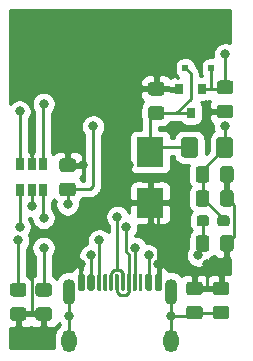
<source format=gbr>
%TF.GenerationSoftware,KiCad,Pcbnew,(5.1.6)-1*%
%TF.CreationDate,2021-03-12T01:35:39-08:00*%
%TF.ProjectId,WML-C43,574d4c2d-4334-4332-9e6b-696361645f70,rev?*%
%TF.SameCoordinates,Original*%
%TF.FileFunction,Copper,L2,Bot*%
%TF.FilePolarity,Positive*%
%FSLAX46Y46*%
G04 Gerber Fmt 4.6, Leading zero omitted, Abs format (unit mm)*
G04 Created by KiCad (PCBNEW (5.1.6)-1) date 2021-03-12 01:35:39*
%MOMM*%
%LPD*%
G01*
G04 APERTURE LIST*
%TA.AperFunction,SMDPad,CuDef*%
%ADD10R,0.500000X0.500000*%
%TD*%
%TA.AperFunction,SMDPad,CuDef*%
%ADD11R,0.800000X0.900000*%
%TD*%
%TA.AperFunction,SMDPad,CuDef*%
%ADD12R,0.650000X1.060000*%
%TD*%
%TA.AperFunction,SMDPad,CuDef*%
%ADD13R,2.300000X2.500000*%
%TD*%
%TA.AperFunction,ComponentPad*%
%ADD14O,1.100000X2.200000*%
%TD*%
%TA.AperFunction,ComponentPad*%
%ADD15O,1.300000X1.900000*%
%TD*%
%TA.AperFunction,ViaPad*%
%ADD16C,0.800000*%
%TD*%
%TA.AperFunction,Conductor*%
%ADD17C,0.250000*%
%TD*%
%TA.AperFunction,Conductor*%
%ADD18C,0.254000*%
%TD*%
G04 APERTURE END LIST*
D10*
%TO.P,D2,2*%
%TO.N,3.3V*%
X167724000Y-35560000D03*
%TO.P,D2,1*%
%TO.N,Net-(C2-Pad1)*%
X165524000Y-35560000D03*
%TD*%
D11*
%TO.P,U2,3*%
%TO.N,Net-(C2-Pad1)*%
X165989000Y-39354000D03*
%TO.P,U2,2*%
%TO.N,3.3V*%
X166939000Y-37354000D03*
%TO.P,U2,1*%
%TO.N,GND*%
X165039000Y-37354000D03*
%TD*%
D12*
%TO.P,U1,5*%
%TO.N,VFILTER*%
X152527000Y-45931000D03*
%TO.P,U1,6*%
%TO.N,DBUS-*%
X151577000Y-45931000D03*
%TO.P,U1,4*%
%TO.N,DBUS+*%
X153477000Y-45931000D03*
%TO.P,U1,3*%
%TO.N,D+*%
X153477000Y-43731000D03*
%TO.P,U1,2*%
%TO.N,GND*%
X152527000Y-43731000D03*
%TO.P,U1,1*%
%TO.N,D-*%
X151577000Y-43731000D03*
%TD*%
%TO.P,R3,2*%
%TO.N,GND*%
%TA.AperFunction,SMDPad,CuDef*%
G36*
G01*
X150933999Y-55822000D02*
X151834001Y-55822000D01*
G75*
G02*
X152084000Y-56071999I0J-249999D01*
G01*
X152084000Y-56722001D01*
G75*
G02*
X151834001Y-56972000I-249999J0D01*
G01*
X150933999Y-56972000D01*
G75*
G02*
X150684000Y-56722001I0J249999D01*
G01*
X150684000Y-56071999D01*
G75*
G02*
X150933999Y-55822000I249999J0D01*
G01*
G37*
%TD.AperFunction*%
%TO.P,R3,1*%
%TO.N,Net-(J1-PadB5)*%
%TA.AperFunction,SMDPad,CuDef*%
G36*
G01*
X150933999Y-53772000D02*
X151834001Y-53772000D01*
G75*
G02*
X152084000Y-54021999I0J-249999D01*
G01*
X152084000Y-54672001D01*
G75*
G02*
X151834001Y-54922000I-249999J0D01*
G01*
X150933999Y-54922000D01*
G75*
G02*
X150684000Y-54672001I0J249999D01*
G01*
X150684000Y-54021999D01*
G75*
G02*
X150933999Y-53772000I249999J0D01*
G01*
G37*
%TD.AperFunction*%
%TD*%
%TO.P,R2,2*%
%TO.N,GND*%
%TA.AperFunction,SMDPad,CuDef*%
G36*
G01*
X153092999Y-55822000D02*
X153993001Y-55822000D01*
G75*
G02*
X154243000Y-56071999I0J-249999D01*
G01*
X154243000Y-56722001D01*
G75*
G02*
X153993001Y-56972000I-249999J0D01*
G01*
X153092999Y-56972000D01*
G75*
G02*
X152843000Y-56722001I0J249999D01*
G01*
X152843000Y-56071999D01*
G75*
G02*
X153092999Y-55822000I249999J0D01*
G01*
G37*
%TD.AperFunction*%
%TO.P,R2,1*%
%TO.N,Net-(J1-PadA5)*%
%TA.AperFunction,SMDPad,CuDef*%
G36*
G01*
X153092999Y-53772000D02*
X153993001Y-53772000D01*
G75*
G02*
X154243000Y-54021999I0J-249999D01*
G01*
X154243000Y-54672001D01*
G75*
G02*
X153993001Y-54922000I-249999J0D01*
G01*
X153092999Y-54922000D01*
G75*
G02*
X152843000Y-54672001I0J249999D01*
G01*
X152843000Y-54021999D01*
G75*
G02*
X153092999Y-53772000I249999J0D01*
G01*
G37*
%TD.AperFunction*%
%TD*%
%TO.P,F1,2*%
%TO.N,VFILTER*%
%TA.AperFunction,SMDPad,CuDef*%
G36*
G01*
X168161000Y-42916000D02*
X168161000Y-41666000D01*
G75*
G02*
X168411000Y-41416000I250000J0D01*
G01*
X169336000Y-41416000D01*
G75*
G02*
X169586000Y-41666000I0J-250000D01*
G01*
X169586000Y-42916000D01*
G75*
G02*
X169336000Y-43166000I-250000J0D01*
G01*
X168411000Y-43166000D01*
G75*
G02*
X168161000Y-42916000I0J250000D01*
G01*
G37*
%TD.AperFunction*%
%TO.P,F1,1*%
%TO.N,Net-(C2-Pad1)*%
%TA.AperFunction,SMDPad,CuDef*%
G36*
G01*
X165186000Y-42916000D02*
X165186000Y-41666000D01*
G75*
G02*
X165436000Y-41416000I250000J0D01*
G01*
X166361000Y-41416000D01*
G75*
G02*
X166611000Y-41666000I0J-250000D01*
G01*
X166611000Y-42916000D01*
G75*
G02*
X166361000Y-43166000I-250000J0D01*
G01*
X165436000Y-43166000D01*
G75*
G02*
X165186000Y-42916000I0J250000D01*
G01*
G37*
%TD.AperFunction*%
%TD*%
D13*
%TO.P,D1,2*%
%TO.N,GND*%
X162560000Y-46981000D03*
%TO.P,D1,1*%
%TO.N,Net-(C2-Pad1)*%
X162560000Y-42681000D03*
%TD*%
%TO.P,C4,2*%
%TO.N,GND*%
%TA.AperFunction,SMDPad,CuDef*%
G36*
G01*
X168459999Y-38677000D02*
X169360001Y-38677000D01*
G75*
G02*
X169610000Y-38926999I0J-249999D01*
G01*
X169610000Y-39577001D01*
G75*
G02*
X169360001Y-39827000I-249999J0D01*
G01*
X168459999Y-39827000D01*
G75*
G02*
X168210000Y-39577001I0J249999D01*
G01*
X168210000Y-38926999D01*
G75*
G02*
X168459999Y-38677000I249999J0D01*
G01*
G37*
%TD.AperFunction*%
%TO.P,C4,1*%
%TO.N,3.3V*%
%TA.AperFunction,SMDPad,CuDef*%
G36*
G01*
X168459999Y-36627000D02*
X169360001Y-36627000D01*
G75*
G02*
X169610000Y-36876999I0J-249999D01*
G01*
X169610000Y-37527001D01*
G75*
G02*
X169360001Y-37777000I-249999J0D01*
G01*
X168459999Y-37777000D01*
G75*
G02*
X168210000Y-37527001I0J249999D01*
G01*
X168210000Y-36876999D01*
G75*
G02*
X168459999Y-36627000I249999J0D01*
G01*
G37*
%TD.AperFunction*%
%TD*%
%TO.P,C3,2*%
%TO.N,VFILTER*%
%TA.AperFunction,SMDPad,CuDef*%
G36*
G01*
X155124999Y-45281000D02*
X156025001Y-45281000D01*
G75*
G02*
X156275000Y-45530999I0J-249999D01*
G01*
X156275000Y-46181001D01*
G75*
G02*
X156025001Y-46431000I-249999J0D01*
G01*
X155124999Y-46431000D01*
G75*
G02*
X154875000Y-46181001I0J249999D01*
G01*
X154875000Y-45530999D01*
G75*
G02*
X155124999Y-45281000I249999J0D01*
G01*
G37*
%TD.AperFunction*%
%TO.P,C3,1*%
%TO.N,GND*%
%TA.AperFunction,SMDPad,CuDef*%
G36*
G01*
X155124999Y-43231000D02*
X156025001Y-43231000D01*
G75*
G02*
X156275000Y-43480999I0J-249999D01*
G01*
X156275000Y-44131001D01*
G75*
G02*
X156025001Y-44381000I-249999J0D01*
G01*
X155124999Y-44381000D01*
G75*
G02*
X154875000Y-44131001I0J249999D01*
G01*
X154875000Y-43480999D01*
G75*
G02*
X155124999Y-43231000I249999J0D01*
G01*
G37*
%TD.AperFunction*%
%TD*%
%TO.P,C2,2*%
%TO.N,GND*%
%TA.AperFunction,SMDPad,CuDef*%
G36*
G01*
X163518001Y-37904000D02*
X162617999Y-37904000D01*
G75*
G02*
X162368000Y-37654001I0J249999D01*
G01*
X162368000Y-37003999D01*
G75*
G02*
X162617999Y-36754000I249999J0D01*
G01*
X163518001Y-36754000D01*
G75*
G02*
X163768000Y-37003999I0J-249999D01*
G01*
X163768000Y-37654001D01*
G75*
G02*
X163518001Y-37904000I-249999J0D01*
G01*
G37*
%TD.AperFunction*%
%TO.P,C2,1*%
%TO.N,Net-(C2-Pad1)*%
%TA.AperFunction,SMDPad,CuDef*%
G36*
G01*
X163518001Y-39954000D02*
X162617999Y-39954000D01*
G75*
G02*
X162368000Y-39704001I0J249999D01*
G01*
X162368000Y-39053999D01*
G75*
G02*
X162617999Y-38804000I249999J0D01*
G01*
X163518001Y-38804000D01*
G75*
G02*
X163768000Y-39053999I0J-249999D01*
G01*
X163768000Y-39704001D01*
G75*
G02*
X163518001Y-39954000I-249999J0D01*
G01*
G37*
%TD.AperFunction*%
%TD*%
%TO.P,C1,2*%
%TO.N,GND*%
%TA.AperFunction,SMDPad,CuDef*%
G36*
G01*
X166760001Y-54805000D02*
X165859999Y-54805000D01*
G75*
G02*
X165610000Y-54555001I0J249999D01*
G01*
X165610000Y-53904999D01*
G75*
G02*
X165859999Y-53655000I249999J0D01*
G01*
X166760001Y-53655000D01*
G75*
G02*
X167010000Y-53904999I0J-249999D01*
G01*
X167010000Y-54555001D01*
G75*
G02*
X166760001Y-54805000I-249999J0D01*
G01*
G37*
%TD.AperFunction*%
%TO.P,C1,1*%
%TO.N,Net-(C1-Pad1)*%
%TA.AperFunction,SMDPad,CuDef*%
G36*
G01*
X166760001Y-56855000D02*
X165859999Y-56855000D01*
G75*
G02*
X165610000Y-56605001I0J249999D01*
G01*
X165610000Y-55954999D01*
G75*
G02*
X165859999Y-55705000I249999J0D01*
G01*
X166760001Y-55705000D01*
G75*
G02*
X167010000Y-55954999I0J-249999D01*
G01*
X167010000Y-56605001D01*
G75*
G02*
X166760001Y-56855000I-249999J0D01*
G01*
G37*
%TD.AperFunction*%
%TD*%
%TO.P,R1,2*%
%TO.N,GND*%
%TA.AperFunction,SMDPad,CuDef*%
G36*
G01*
X169010001Y-54805000D02*
X168109999Y-54805000D01*
G75*
G02*
X167860000Y-54555001I0J249999D01*
G01*
X167860000Y-53904999D01*
G75*
G02*
X168109999Y-53655000I249999J0D01*
G01*
X169010001Y-53655000D01*
G75*
G02*
X169260000Y-53904999I0J-249999D01*
G01*
X169260000Y-54555001D01*
G75*
G02*
X169010001Y-54805000I-249999J0D01*
G01*
G37*
%TD.AperFunction*%
%TO.P,R1,1*%
%TO.N,Net-(C1-Pad1)*%
%TA.AperFunction,SMDPad,CuDef*%
G36*
G01*
X169010001Y-56855000D02*
X168109999Y-56855000D01*
G75*
G02*
X167860000Y-56605001I0J249999D01*
G01*
X167860000Y-55954999D01*
G75*
G02*
X168109999Y-55705000I249999J0D01*
G01*
X169010001Y-55705000D01*
G75*
G02*
X169260000Y-55954999I0J-249999D01*
G01*
X169260000Y-56605001D01*
G75*
G02*
X169010001Y-56855000I-249999J0D01*
G01*
G37*
%TD.AperFunction*%
%TD*%
D14*
%TO.P,J1,S*%
%TO.N,Net-(C1-Pad1)*%
X155700000Y-54500000D03*
D15*
X155700000Y-58700000D03*
X164300000Y-58700000D03*
%TO.P,J1,A1*%
%TO.N,GND*%
%TA.AperFunction,SMDPad,CuDef*%
G36*
G01*
X163550000Y-53150000D02*
X163550000Y-54300000D01*
G75*
G02*
X163400000Y-54450000I-150000J0D01*
G01*
X163100000Y-54450000D01*
G75*
G02*
X162950000Y-54300000I0J150000D01*
G01*
X162950000Y-53150000D01*
G75*
G02*
X163100000Y-53000000I150000J0D01*
G01*
X163400000Y-53000000D01*
G75*
G02*
X163550000Y-53150000I0J-150000D01*
G01*
G37*
%TD.AperFunction*%
%TO.P,J1,B8*%
%TO.N,Net-(J1-PadB8)*%
%TA.AperFunction,SMDPad,CuDef*%
G36*
G01*
X161900000Y-53075000D02*
X161900000Y-54375000D01*
G75*
G02*
X161825000Y-54450000I-75000J0D01*
G01*
X161675000Y-54450000D01*
G75*
G02*
X161600000Y-54375000I0J75000D01*
G01*
X161600000Y-53075000D01*
G75*
G02*
X161675000Y-53000000I75000J0D01*
G01*
X161825000Y-53000000D01*
G75*
G02*
X161900000Y-53075000I0J-75000D01*
G01*
G37*
%TD.AperFunction*%
%TO.P,J1,A5*%
%TO.N,Net-(J1-PadA5)*%
%TA.AperFunction,SMDPad,CuDef*%
G36*
G01*
X161400000Y-53075000D02*
X161400000Y-54375000D01*
G75*
G02*
X161325000Y-54450000I-75000J0D01*
G01*
X161175000Y-54450000D01*
G75*
G02*
X161100000Y-54375000I0J75000D01*
G01*
X161100000Y-53075000D01*
G75*
G02*
X161175000Y-53000000I75000J0D01*
G01*
X161325000Y-53000000D01*
G75*
G02*
X161400000Y-53075000I0J-75000D01*
G01*
G37*
%TD.AperFunction*%
%TO.P,J1,B7*%
%TO.N,DBUS-*%
%TA.AperFunction,SMDPad,CuDef*%
G36*
G01*
X160900000Y-53075000D02*
X160900000Y-54375000D01*
G75*
G02*
X160825000Y-54450000I-75000J0D01*
G01*
X160675000Y-54450000D01*
G75*
G02*
X160600000Y-54375000I0J75000D01*
G01*
X160600000Y-53075000D01*
G75*
G02*
X160675000Y-53000000I75000J0D01*
G01*
X160825000Y-53000000D01*
G75*
G02*
X160900000Y-53075000I0J-75000D01*
G01*
G37*
%TD.AperFunction*%
%TO.P,J1,A6*%
%TO.N,DBUS+*%
%TA.AperFunction,SMDPad,CuDef*%
G36*
G01*
X160404000Y-53075000D02*
X160404000Y-54375000D01*
G75*
G02*
X160329000Y-54450000I-75000J0D01*
G01*
X160179000Y-54450000D01*
G75*
G02*
X160104000Y-54375000I0J75000D01*
G01*
X160104000Y-53075000D01*
G75*
G02*
X160179000Y-53000000I75000J0D01*
G01*
X160329000Y-53000000D01*
G75*
G02*
X160404000Y-53075000I0J-75000D01*
G01*
G37*
%TD.AperFunction*%
%TO.P,J1,B5*%
%TO.N,Net-(J1-PadB5)*%
%TA.AperFunction,SMDPad,CuDef*%
G36*
G01*
X158400000Y-53075000D02*
X158400000Y-54375000D01*
G75*
G02*
X158325000Y-54450000I-75000J0D01*
G01*
X158175000Y-54450000D01*
G75*
G02*
X158100000Y-54375000I0J75000D01*
G01*
X158100000Y-53075000D01*
G75*
G02*
X158175000Y-53000000I75000J0D01*
G01*
X158325000Y-53000000D01*
G75*
G02*
X158400000Y-53075000I0J-75000D01*
G01*
G37*
%TD.AperFunction*%
%TO.P,J1,A8*%
%TO.N,Net-(J1-PadA8)*%
%TA.AperFunction,SMDPad,CuDef*%
G36*
G01*
X158900000Y-53075000D02*
X158900000Y-54375000D01*
G75*
G02*
X158825000Y-54450000I-75000J0D01*
G01*
X158675000Y-54450000D01*
G75*
G02*
X158600000Y-54375000I0J75000D01*
G01*
X158600000Y-53075000D01*
G75*
G02*
X158675000Y-53000000I75000J0D01*
G01*
X158825000Y-53000000D01*
G75*
G02*
X158900000Y-53075000I0J-75000D01*
G01*
G37*
%TD.AperFunction*%
%TO.P,J1,B6*%
%TO.N,DBUS+*%
%TA.AperFunction,SMDPad,CuDef*%
G36*
G01*
X159400000Y-53075000D02*
X159400000Y-54375000D01*
G75*
G02*
X159325000Y-54450000I-75000J0D01*
G01*
X159175000Y-54450000D01*
G75*
G02*
X159100000Y-54375000I0J75000D01*
G01*
X159100000Y-53075000D01*
G75*
G02*
X159175000Y-53000000I75000J0D01*
G01*
X159325000Y-53000000D01*
G75*
G02*
X159400000Y-53075000I0J-75000D01*
G01*
G37*
%TD.AperFunction*%
%TO.P,J1,A7*%
%TO.N,DBUS-*%
%TA.AperFunction,SMDPad,CuDef*%
G36*
G01*
X159900000Y-53075000D02*
X159900000Y-54375000D01*
G75*
G02*
X159825000Y-54450000I-75000J0D01*
G01*
X159675000Y-54450000D01*
G75*
G02*
X159600000Y-54375000I0J75000D01*
G01*
X159600000Y-53075000D01*
G75*
G02*
X159675000Y-53000000I75000J0D01*
G01*
X159825000Y-53000000D01*
G75*
G02*
X159900000Y-53075000I0J-75000D01*
G01*
G37*
%TD.AperFunction*%
D14*
%TO.P,J1,S*%
%TO.N,Net-(C1-Pad1)*%
X164300000Y-54500000D03*
%TO.P,J1,A4*%
%TO.N,VBUS*%
%TA.AperFunction,SMDPad,CuDef*%
G36*
G01*
X162750000Y-53150000D02*
X162750000Y-54300000D01*
G75*
G02*
X162600000Y-54450000I-150000J0D01*
G01*
X162300000Y-54450000D01*
G75*
G02*
X162150000Y-54300000I0J150000D01*
G01*
X162150000Y-53150000D01*
G75*
G02*
X162300000Y-53000000I150000J0D01*
G01*
X162600000Y-53000000D01*
G75*
G02*
X162750000Y-53150000I0J-150000D01*
G01*
G37*
%TD.AperFunction*%
%TO.P,J1,B1*%
%TO.N,GND*%
%TA.AperFunction,SMDPad,CuDef*%
G36*
G01*
X157050000Y-53150000D02*
X157050000Y-54300000D01*
G75*
G02*
X156900000Y-54450000I-150000J0D01*
G01*
X156600000Y-54450000D01*
G75*
G02*
X156450000Y-54300000I0J150000D01*
G01*
X156450000Y-53150000D01*
G75*
G02*
X156600000Y-53000000I150000J0D01*
G01*
X156900000Y-53000000D01*
G75*
G02*
X157050000Y-53150000I0J-150000D01*
G01*
G37*
%TD.AperFunction*%
%TO.P,J1,B4*%
%TO.N,VBUS*%
%TA.AperFunction,SMDPad,CuDef*%
G36*
G01*
X157850000Y-53150000D02*
X157850000Y-54300000D01*
G75*
G02*
X157700000Y-54450000I-150000J0D01*
G01*
X157400000Y-54450000D01*
G75*
G02*
X157250000Y-54300000I0J150000D01*
G01*
X157250000Y-53150000D01*
G75*
G02*
X157400000Y-53000000I150000J0D01*
G01*
X157700000Y-53000000D01*
G75*
G02*
X157850000Y-53150000I0J-150000D01*
G01*
G37*
%TD.AperFunction*%
%TD*%
%TO.P,C6,2*%
%TO.N,GND*%
%TA.AperFunction,SMDPad,CuDef*%
G36*
G01*
X168471000Y-47059001D02*
X168471000Y-46158999D01*
G75*
G02*
X168720999Y-45909000I249999J0D01*
G01*
X169371001Y-45909000D01*
G75*
G02*
X169621000Y-46158999I0J-249999D01*
G01*
X169621000Y-47059001D01*
G75*
G02*
X169371001Y-47309000I-249999J0D01*
G01*
X168720999Y-47309000D01*
G75*
G02*
X168471000Y-47059001I0J249999D01*
G01*
G37*
%TD.AperFunction*%
%TO.P,C6,1*%
%TO.N,VFILTER*%
%TA.AperFunction,SMDPad,CuDef*%
G36*
G01*
X166421000Y-47059001D02*
X166421000Y-46158999D01*
G75*
G02*
X166670999Y-45909000I249999J0D01*
G01*
X167321001Y-45909000D01*
G75*
G02*
X167571000Y-46158999I0J-249999D01*
G01*
X167571000Y-47059001D01*
G75*
G02*
X167321001Y-47309000I-249999J0D01*
G01*
X166670999Y-47309000D01*
G75*
G02*
X166421000Y-47059001I0J249999D01*
G01*
G37*
%TD.AperFunction*%
%TD*%
%TO.P,C7,2*%
%TO.N,GND*%
%TA.AperFunction,SMDPad,CuDef*%
G36*
G01*
X168471000Y-45027001D02*
X168471000Y-44126999D01*
G75*
G02*
X168720999Y-43877000I249999J0D01*
G01*
X169371001Y-43877000D01*
G75*
G02*
X169621000Y-44126999I0J-249999D01*
G01*
X169621000Y-45027001D01*
G75*
G02*
X169371001Y-45277000I-249999J0D01*
G01*
X168720999Y-45277000D01*
G75*
G02*
X168471000Y-45027001I0J249999D01*
G01*
G37*
%TD.AperFunction*%
%TO.P,C7,1*%
%TO.N,VFILTER*%
%TA.AperFunction,SMDPad,CuDef*%
G36*
G01*
X166421000Y-45027001D02*
X166421000Y-44126999D01*
G75*
G02*
X166670999Y-43877000I249999J0D01*
G01*
X167321001Y-43877000D01*
G75*
G02*
X167571000Y-44126999I0J-249999D01*
G01*
X167571000Y-45027001D01*
G75*
G02*
X167321001Y-45277000I-249999J0D01*
G01*
X166670999Y-45277000D01*
G75*
G02*
X166421000Y-45027001I0J249999D01*
G01*
G37*
%TD.AperFunction*%
%TD*%
%TO.P,C5,2*%
%TO.N,GND*%
%TA.AperFunction,SMDPad,CuDef*%
G36*
G01*
X168480000Y-50869001D02*
X168480000Y-49968999D01*
G75*
G02*
X168729999Y-49719000I249999J0D01*
G01*
X169380001Y-49719000D01*
G75*
G02*
X169630000Y-49968999I0J-249999D01*
G01*
X169630000Y-50869001D01*
G75*
G02*
X169380001Y-51119000I-249999J0D01*
G01*
X168729999Y-51119000D01*
G75*
G02*
X168480000Y-50869001I0J249999D01*
G01*
G37*
%TD.AperFunction*%
%TO.P,C5,1*%
%TO.N,VBUS*%
%TA.AperFunction,SMDPad,CuDef*%
G36*
G01*
X166430000Y-50869001D02*
X166430000Y-49968999D01*
G75*
G02*
X166679999Y-49719000I249999J0D01*
G01*
X167330001Y-49719000D01*
G75*
G02*
X167580000Y-49968999I0J-249999D01*
G01*
X167580000Y-50869001D01*
G75*
G02*
X167330001Y-51119000I-249999J0D01*
G01*
X166679999Y-51119000D01*
G75*
G02*
X166430000Y-50869001I0J249999D01*
G01*
G37*
%TD.AperFunction*%
%TD*%
%TO.P,FB1,1*%
%TO.N,VFILTER*%
%TA.AperFunction,SMDPad,CuDef*%
G36*
G01*
X169294000Y-48276500D02*
X169294000Y-48751500D01*
G75*
G02*
X169056500Y-48989000I-237500J0D01*
G01*
X168481500Y-48989000D01*
G75*
G02*
X168244000Y-48751500I0J237500D01*
G01*
X168244000Y-48276500D01*
G75*
G02*
X168481500Y-48039000I237500J0D01*
G01*
X169056500Y-48039000D01*
G75*
G02*
X169294000Y-48276500I0J-237500D01*
G01*
G37*
%TD.AperFunction*%
%TO.P,FB1,2*%
%TO.N,VBUS*%
%TA.AperFunction,SMDPad,CuDef*%
G36*
G01*
X167544000Y-48276500D02*
X167544000Y-48751500D01*
G75*
G02*
X167306500Y-48989000I-237500J0D01*
G01*
X166731500Y-48989000D01*
G75*
G02*
X166494000Y-48751500I0J237500D01*
G01*
X166494000Y-48276500D01*
G75*
G02*
X166731500Y-48039000I237500J0D01*
G01*
X167306500Y-48039000D01*
G75*
G02*
X167544000Y-48276500I0J-237500D01*
G01*
G37*
%TD.AperFunction*%
%TD*%
D16*
%TO.N,GND*%
X152517990Y-52197000D03*
X156718000Y-52197000D03*
X163195000Y-52197000D03*
X167386000Y-52197000D03*
X156845000Y-43815000D03*
X160782000Y-43815000D03*
X152527000Y-37338000D03*
X157226000Y-37338000D03*
X162179000Y-35306000D03*
X167259000Y-38735000D03*
%TO.N,Net-(C1-Pad1)*%
X164300000Y-56595000D03*
X155710000Y-56605000D03*
%TO.N,VBUS*%
X157517000Y-51435000D03*
X162433000Y-51435000D03*
X166624000Y-51435000D03*
%TO.N,3.3V*%
X168910000Y-34417000D03*
%TO.N,Net-(J1-PadA5)*%
X153543000Y-50800000D03*
X161290000Y-50800000D03*
%TO.N,Net-(J1-PadB5)*%
X151384000Y-50165000D03*
X158242000Y-50165000D03*
%TO.N,DBUS-*%
X160528000Y-49022000D03*
X151511000Y-49022000D03*
%TO.N,DBUS+*%
X159796010Y-48163010D03*
X153543000Y-48260000D03*
%TO.N,D+*%
X153543000Y-38608000D03*
%TO.N,D-*%
X151511000Y-39243000D03*
%TO.N,VFILTER*%
X168910000Y-40513000D03*
X157734000Y-40513000D03*
X155575000Y-47117000D03*
X152527000Y-47244000D03*
%TD*%
D17*
%TO.N,GND*%
X152518000Y-56397000D02*
X153543000Y-56397000D01*
X151384000Y-56397000D02*
X152518000Y-56397000D01*
X152518000Y-56397000D02*
X152518000Y-54910190D01*
X152517990Y-54910180D02*
X152517990Y-52333010D01*
X152518000Y-54910190D02*
X152517990Y-54910180D01*
X156718000Y-54243000D02*
X156750000Y-54275000D01*
X156718000Y-52197000D02*
X156718000Y-54243000D01*
X163195000Y-54220000D02*
X163250000Y-54275000D01*
X163195000Y-52197000D02*
X163195000Y-54220000D01*
X167387000Y-52198000D02*
X167386000Y-52197000D01*
X167387000Y-54230000D02*
X167387000Y-52198000D01*
X167387000Y-54230000D02*
X168560000Y-54230000D01*
X166310000Y-54230000D02*
X167387000Y-54230000D01*
X169046000Y-44577000D02*
X169046000Y-46609000D01*
X169619010Y-49854990D02*
X169055000Y-50419000D01*
X169619010Y-47182010D02*
X169619010Y-49854990D01*
X169046000Y-46609000D02*
X169619010Y-47182010D01*
X167386000Y-52197000D02*
X169037000Y-52197000D01*
X169037000Y-50437000D02*
X169055000Y-50419000D01*
X169037000Y-52197000D02*
X169037000Y-50437000D01*
X163195000Y-47616000D02*
X162560000Y-46981000D01*
X163195000Y-52197000D02*
X163195000Y-47616000D01*
X155575000Y-43806000D02*
X156836000Y-43806000D01*
X156836000Y-43806000D02*
X156845000Y-43815000D01*
X160782000Y-43815000D02*
X160782000Y-46990000D01*
X162551000Y-46990000D02*
X162560000Y-46981000D01*
X160782000Y-46990000D02*
X162551000Y-46990000D01*
X165014000Y-37329000D02*
X165039000Y-37354000D01*
X163068000Y-37329000D02*
X165014000Y-37329000D01*
X152527000Y-43731000D02*
X152527000Y-37338000D01*
X163059000Y-37338000D02*
X163068000Y-37329000D01*
X157226000Y-37338000D02*
X163059000Y-37338000D01*
X163068000Y-37329000D02*
X163068000Y-36195000D01*
X163068000Y-36195000D02*
X162179000Y-35306000D01*
X168910000Y-39252000D02*
X167776000Y-39252000D01*
X167776000Y-39252000D02*
X167259000Y-38735000D01*
%TO.N,Net-(C1-Pad1)*%
X155700000Y-56615000D02*
X155700000Y-58700000D01*
X164300000Y-58700000D02*
X164300000Y-56595000D01*
X155700000Y-54603002D02*
X155700000Y-56615000D01*
X164300000Y-56595000D02*
X164300000Y-54500000D01*
X164300000Y-56595000D02*
X165995000Y-56595000D01*
X166310000Y-56280000D02*
X168560000Y-56280000D01*
X165995000Y-56595000D02*
X166310000Y-56280000D01*
%TO.N,Net-(C2-Pad1)*%
X162950000Y-42291000D02*
X162560000Y-42681000D01*
X165898500Y-42291000D02*
X162950000Y-42291000D01*
X162560000Y-39887000D02*
X163068000Y-39379000D01*
X162560000Y-42681000D02*
X162560000Y-39887000D01*
X165964000Y-39379000D02*
X165989000Y-39354000D01*
X163068000Y-39379000D02*
X165964000Y-39379000D01*
X165524000Y-35560000D02*
X165989000Y-36025000D01*
X164767002Y-39379000D02*
X163068000Y-39379000D01*
X165989000Y-38157002D02*
X164767002Y-39379000D01*
X165989000Y-36025000D02*
X165989000Y-38157002D01*
%TO.N,VBUS*%
X157516999Y-51435001D02*
X157517000Y-51435000D01*
X157550000Y-54275000D02*
X157516999Y-54241999D01*
X157516999Y-54241999D02*
X157516999Y-51435001D01*
X162433000Y-54258000D02*
X162450000Y-54275000D01*
X162433000Y-51435000D02*
X162433000Y-54258000D01*
X166624000Y-50800000D02*
X167005000Y-50419000D01*
X166624000Y-51435000D02*
X166624000Y-50800000D01*
X167005000Y-48528000D02*
X167019000Y-48514000D01*
X167005000Y-50419000D02*
X167005000Y-48528000D01*
%TO.N,3.3V*%
X168758000Y-37354000D02*
X168910000Y-37202000D01*
X167724000Y-37327000D02*
X167751000Y-37354000D01*
X167724000Y-35560000D02*
X167724000Y-37327000D01*
X166939000Y-37354000D02*
X167751000Y-37354000D01*
X167751000Y-37354000D02*
X168758000Y-37354000D01*
X168910000Y-34417000D02*
X168910000Y-37202000D01*
%TO.N,Net-(J1-PadA5)*%
X153543000Y-50800000D02*
X153543000Y-54347000D01*
X161250000Y-50840000D02*
X161290000Y-50800000D01*
X161250000Y-54275000D02*
X161250000Y-50840000D01*
%TO.N,Net-(J1-PadB5)*%
X151384000Y-54347000D02*
X151384000Y-50165000D01*
X158242000Y-54267000D02*
X158250000Y-54275000D01*
X158242000Y-50165000D02*
X158242000Y-54267000D01*
%TO.N,DBUS-*%
X160494692Y-54775010D02*
X160750000Y-54519702D01*
X160013308Y-54775010D02*
X160494692Y-54775010D01*
X160750000Y-54519702D02*
X160750000Y-54275000D01*
X159750000Y-54511702D02*
X160013308Y-54775010D01*
X159750000Y-54275000D02*
X159750000Y-54511702D01*
X160528000Y-51111002D02*
X160528000Y-49022000D01*
X160750000Y-54275000D02*
X160750000Y-51333002D01*
X160750000Y-51333002D02*
X160528000Y-51111002D01*
X151511000Y-45997000D02*
X151577000Y-45931000D01*
X151511000Y-49022000D02*
X151511000Y-45997000D01*
%TO.N,DBUS+*%
X159250000Y-52934298D02*
X159250000Y-54275000D01*
X159509308Y-52674990D02*
X159250000Y-52934298D01*
X160254000Y-52938298D02*
X159990692Y-52674990D01*
X160254000Y-54275000D02*
X160254000Y-52938298D01*
X159796010Y-52674990D02*
X159796010Y-48163010D01*
X159796010Y-52674990D02*
X159509308Y-52674990D01*
X159990692Y-52674990D02*
X159796010Y-52674990D01*
X153477000Y-48194000D02*
X153543000Y-48260000D01*
X153477000Y-45931000D02*
X153477000Y-48194000D01*
%TO.N,D+*%
X153477000Y-43731000D02*
X153477000Y-38674000D01*
X153477000Y-38674000D02*
X153543000Y-38608000D01*
%TO.N,D-*%
X151577000Y-43731000D02*
X151577000Y-39309000D01*
X151577000Y-39309000D02*
X151511000Y-39243000D01*
%TO.N,VFILTER*%
X168769000Y-48382000D02*
X166996000Y-46609000D01*
X168769000Y-48514000D02*
X168769000Y-48382000D01*
X166996000Y-46609000D02*
X166996000Y-44577000D01*
X166996000Y-44168500D02*
X168873500Y-42291000D01*
X166996000Y-44577000D02*
X166996000Y-44168500D01*
X168873500Y-42291000D02*
X168873500Y-40549500D01*
X168873500Y-40549500D02*
X168910000Y-40513000D01*
X155575000Y-45856000D02*
X157471000Y-45856000D01*
X157734000Y-45593000D02*
X157734000Y-40513000D01*
X157471000Y-45856000D02*
X157734000Y-45593000D01*
X155575000Y-45856000D02*
X155575000Y-47117000D01*
X152527000Y-47244000D02*
X152527000Y-45931000D01*
%TD*%
D18*
%TO.N,GND*%
G36*
X151511000Y-56270000D02*
G01*
X153416000Y-56270000D01*
X153416000Y-56250000D01*
X153670000Y-56250000D01*
X153670000Y-56270000D01*
X153690000Y-56270000D01*
X153690000Y-56524000D01*
X153670000Y-56524000D01*
X153670000Y-57448250D01*
X153828750Y-57607000D01*
X154243000Y-57610072D01*
X154367482Y-57597812D01*
X154487180Y-57561502D01*
X154597494Y-57502537D01*
X154694185Y-57423185D01*
X154773537Y-57326494D01*
X154832502Y-57216180D01*
X154845332Y-57173884D01*
X154906063Y-57264774D01*
X154940000Y-57298711D01*
X154940000Y-57361385D01*
X154786973Y-57486972D01*
X154626392Y-57682638D01*
X154507071Y-57905873D01*
X154433593Y-58148096D01*
X154415000Y-58336877D01*
X154415000Y-59063122D01*
X154433593Y-59251903D01*
X154452733Y-59315000D01*
X150685000Y-59315000D01*
X150685000Y-57610065D01*
X151098250Y-57607000D01*
X151257000Y-57448250D01*
X151257000Y-56524000D01*
X151511000Y-56524000D01*
X151511000Y-57448250D01*
X151669750Y-57607000D01*
X152084000Y-57610072D01*
X152208482Y-57597812D01*
X152328180Y-57561502D01*
X152438494Y-57502537D01*
X152463500Y-57482015D01*
X152488506Y-57502537D01*
X152598820Y-57561502D01*
X152718518Y-57597812D01*
X152843000Y-57610072D01*
X153257250Y-57607000D01*
X153416000Y-57448250D01*
X153416000Y-56524000D01*
X151511000Y-56524000D01*
X151257000Y-56524000D01*
X151237000Y-56524000D01*
X151237000Y-56270000D01*
X151257000Y-56270000D01*
X151257000Y-56250000D01*
X151511000Y-56250000D01*
X151511000Y-56270000D01*
G37*
X151511000Y-56270000D02*
X153416000Y-56270000D01*
X153416000Y-56250000D01*
X153670000Y-56250000D01*
X153670000Y-56270000D01*
X153690000Y-56270000D01*
X153690000Y-56524000D01*
X153670000Y-56524000D01*
X153670000Y-57448250D01*
X153828750Y-57607000D01*
X154243000Y-57610072D01*
X154367482Y-57597812D01*
X154487180Y-57561502D01*
X154597494Y-57502537D01*
X154694185Y-57423185D01*
X154773537Y-57326494D01*
X154832502Y-57216180D01*
X154845332Y-57173884D01*
X154906063Y-57264774D01*
X154940000Y-57298711D01*
X154940000Y-57361385D01*
X154786973Y-57486972D01*
X154626392Y-57682638D01*
X154507071Y-57905873D01*
X154433593Y-58148096D01*
X154415000Y-58336877D01*
X154415000Y-59063122D01*
X154433593Y-59251903D01*
X154452733Y-59315000D01*
X150685000Y-59315000D01*
X150685000Y-57610065D01*
X151098250Y-57607000D01*
X151257000Y-57448250D01*
X151257000Y-56524000D01*
X151511000Y-56524000D01*
X151511000Y-57448250D01*
X151669750Y-57607000D01*
X152084000Y-57610072D01*
X152208482Y-57597812D01*
X152328180Y-57561502D01*
X152438494Y-57502537D01*
X152463500Y-57482015D01*
X152488506Y-57502537D01*
X152598820Y-57561502D01*
X152718518Y-57597812D01*
X152843000Y-57610072D01*
X153257250Y-57607000D01*
X153416000Y-57448250D01*
X153416000Y-56524000D01*
X151511000Y-56524000D01*
X151257000Y-56524000D01*
X151237000Y-56524000D01*
X151237000Y-56270000D01*
X151257000Y-56270000D01*
X151257000Y-56250000D01*
X151511000Y-56250000D01*
X151511000Y-56270000D01*
G36*
X169315000Y-33464481D02*
G01*
X169211898Y-33421774D01*
X169011939Y-33382000D01*
X168808061Y-33382000D01*
X168608102Y-33421774D01*
X168419744Y-33499795D01*
X168250226Y-33613063D01*
X168106063Y-33757226D01*
X167992795Y-33926744D01*
X167914774Y-34115102D01*
X167875000Y-34315061D01*
X167875000Y-34518939D01*
X167905431Y-34671928D01*
X167474000Y-34671928D01*
X167349518Y-34684188D01*
X167229820Y-34720498D01*
X167119506Y-34779463D01*
X167022815Y-34858815D01*
X166943463Y-34955506D01*
X166884498Y-35065820D01*
X166848188Y-35185518D01*
X166835928Y-35310000D01*
X166835928Y-35810000D01*
X166848188Y-35934482D01*
X166884498Y-36054180D01*
X166943463Y-36164494D01*
X166964000Y-36189519D01*
X166964000Y-36265928D01*
X166749000Y-36265928D01*
X166749000Y-36062322D01*
X166752676Y-36024999D01*
X166749000Y-35987676D01*
X166749000Y-35987667D01*
X166738003Y-35876014D01*
X166694546Y-35732753D01*
X166623974Y-35600724D01*
X166529001Y-35484999D01*
X166499998Y-35461197D01*
X166412072Y-35373271D01*
X166412072Y-35310000D01*
X166399812Y-35185518D01*
X166363502Y-35065820D01*
X166304537Y-34955506D01*
X166225185Y-34858815D01*
X166128494Y-34779463D01*
X166018180Y-34720498D01*
X165898482Y-34684188D01*
X165774000Y-34671928D01*
X165274000Y-34671928D01*
X165149518Y-34684188D01*
X165029820Y-34720498D01*
X164919506Y-34779463D01*
X164822815Y-34858815D01*
X164743463Y-34955506D01*
X164684498Y-35065820D01*
X164648188Y-35185518D01*
X164635928Y-35310000D01*
X164635928Y-35810000D01*
X164648188Y-35934482D01*
X164684498Y-36054180D01*
X164743463Y-36164494D01*
X164822815Y-36261185D01*
X164911998Y-36334375D01*
X164911998Y-36427748D01*
X164753250Y-36269000D01*
X164639000Y-36265928D01*
X164514518Y-36278188D01*
X164394820Y-36314498D01*
X164284506Y-36373463D01*
X164280119Y-36377063D01*
X164219185Y-36302815D01*
X164122494Y-36223463D01*
X164012180Y-36164498D01*
X163892482Y-36128188D01*
X163768000Y-36115928D01*
X163353750Y-36119000D01*
X163195000Y-36277750D01*
X163195000Y-37202000D01*
X164137750Y-37202000D01*
X164162750Y-37227000D01*
X164912000Y-37227000D01*
X164912000Y-37207000D01*
X165166000Y-37207000D01*
X165166000Y-37227000D01*
X165186000Y-37227000D01*
X165186000Y-37481000D01*
X165166000Y-37481000D01*
X165166000Y-37501000D01*
X164912000Y-37501000D01*
X164912000Y-37481000D01*
X164269250Y-37481000D01*
X164244250Y-37456000D01*
X163195000Y-37456000D01*
X163195000Y-37476000D01*
X162941000Y-37476000D01*
X162941000Y-37456000D01*
X161891750Y-37456000D01*
X161733000Y-37614750D01*
X161729928Y-37904000D01*
X161742188Y-38028482D01*
X161778498Y-38148180D01*
X161837463Y-38258494D01*
X161916815Y-38355185D01*
X161996594Y-38420658D01*
X161990038Y-38426038D01*
X161879595Y-38560613D01*
X161797528Y-38714149D01*
X161746992Y-38880745D01*
X161729928Y-39053999D01*
X161729928Y-39704001D01*
X161746992Y-39877255D01*
X161797528Y-40043851D01*
X161800001Y-40048478D01*
X161800001Y-40792928D01*
X161410000Y-40792928D01*
X161285518Y-40805188D01*
X161165820Y-40841498D01*
X161055506Y-40900463D01*
X160958815Y-40979815D01*
X160879463Y-41076506D01*
X160820498Y-41186820D01*
X160784188Y-41306518D01*
X160771928Y-41431000D01*
X160771928Y-43931000D01*
X160784188Y-44055482D01*
X160820498Y-44175180D01*
X160879463Y-44285494D01*
X160958815Y-44382185D01*
X161055506Y-44461537D01*
X161165820Y-44520502D01*
X161285518Y-44556812D01*
X161410000Y-44569072D01*
X163710000Y-44569072D01*
X163834482Y-44556812D01*
X163954180Y-44520502D01*
X164064494Y-44461537D01*
X164161185Y-44382185D01*
X164240537Y-44285494D01*
X164299502Y-44175180D01*
X164335812Y-44055482D01*
X164348072Y-43931000D01*
X164348072Y-43051000D01*
X164561224Y-43051000D01*
X164564992Y-43089254D01*
X164615528Y-43255850D01*
X164697595Y-43409386D01*
X164808038Y-43543962D01*
X164942614Y-43654405D01*
X165096150Y-43736472D01*
X165262746Y-43787008D01*
X165436000Y-43804072D01*
X165845394Y-43804072D01*
X165799992Y-43953745D01*
X165782928Y-44126999D01*
X165782928Y-45027001D01*
X165799992Y-45200255D01*
X165850528Y-45366851D01*
X165932595Y-45520387D01*
X165992187Y-45593000D01*
X165932595Y-45665613D01*
X165850528Y-45819149D01*
X165799992Y-45985745D01*
X165782928Y-46158999D01*
X165782928Y-47059001D01*
X165799992Y-47232255D01*
X165850528Y-47398851D01*
X165932595Y-47552387D01*
X166043038Y-47686962D01*
X166069963Y-47709059D01*
X166003488Y-47790058D01*
X165922577Y-47941433D01*
X165872752Y-48105684D01*
X165855928Y-48276500D01*
X165855928Y-48751500D01*
X165872752Y-48922316D01*
X165922577Y-49086567D01*
X166003488Y-49237942D01*
X166073585Y-49323355D01*
X166052038Y-49341038D01*
X165941595Y-49475613D01*
X165859528Y-49629149D01*
X165808992Y-49795745D01*
X165791928Y-49968999D01*
X165791928Y-50817333D01*
X165706795Y-50944744D01*
X165628774Y-51133102D01*
X165589000Y-51333061D01*
X165589000Y-51536939D01*
X165628774Y-51736898D01*
X165706795Y-51925256D01*
X165820063Y-52094774D01*
X165964226Y-52238937D01*
X166133744Y-52352205D01*
X166322102Y-52430226D01*
X166522061Y-52470000D01*
X166725939Y-52470000D01*
X166925898Y-52430226D01*
X167114256Y-52352205D01*
X167283774Y-52238937D01*
X167427937Y-52094774D01*
X167541205Y-51925256D01*
X167619226Y-51736898D01*
X167626015Y-51702770D01*
X167669851Y-51689472D01*
X167823387Y-51607405D01*
X167957962Y-51496962D01*
X167963342Y-51490406D01*
X168028815Y-51570185D01*
X168125506Y-51649537D01*
X168235820Y-51708502D01*
X168355518Y-51744812D01*
X168480000Y-51757072D01*
X168769250Y-51754000D01*
X168928000Y-51595250D01*
X168928000Y-50546000D01*
X168908000Y-50546000D01*
X168908000Y-50292000D01*
X168928000Y-50292000D01*
X168928000Y-50272000D01*
X169182000Y-50272000D01*
X169182000Y-50292000D01*
X169202000Y-50292000D01*
X169202000Y-50546000D01*
X169182000Y-50546000D01*
X169182000Y-51595250D01*
X169315001Y-51728251D01*
X169315001Y-53022345D01*
X169260000Y-53016928D01*
X168845750Y-53020000D01*
X168687000Y-53178750D01*
X168687000Y-54103000D01*
X168707000Y-54103000D01*
X168707000Y-54357000D01*
X168687000Y-54357000D01*
X168687000Y-54377000D01*
X168433000Y-54377000D01*
X168433000Y-54357000D01*
X166437000Y-54357000D01*
X166437000Y-54377000D01*
X166183000Y-54377000D01*
X166183000Y-54357000D01*
X166163000Y-54357000D01*
X166163000Y-54103000D01*
X166183000Y-54103000D01*
X166183000Y-53178750D01*
X166437000Y-53178750D01*
X166437000Y-54103000D01*
X168433000Y-54103000D01*
X168433000Y-53178750D01*
X168274250Y-53020000D01*
X167860000Y-53016928D01*
X167735518Y-53029188D01*
X167615820Y-53065498D01*
X167505506Y-53124463D01*
X167435000Y-53182326D01*
X167364494Y-53124463D01*
X167254180Y-53065498D01*
X167134482Y-53029188D01*
X167010000Y-53016928D01*
X166595750Y-53020000D01*
X166437000Y-53178750D01*
X166183000Y-53178750D01*
X166024250Y-53020000D01*
X165610000Y-53016928D01*
X165485518Y-53029188D01*
X165365820Y-53065498D01*
X165255506Y-53124463D01*
X165195727Y-53173522D01*
X165141975Y-53108025D01*
X164961536Y-52959942D01*
X164755674Y-52849906D01*
X164532300Y-52782147D01*
X164300000Y-52759267D01*
X164145174Y-52774516D01*
X164139502Y-52755820D01*
X164080537Y-52645506D01*
X164001185Y-52548815D01*
X163904494Y-52469463D01*
X163794180Y-52410498D01*
X163674482Y-52374188D01*
X163550000Y-52361928D01*
X163535750Y-52365000D01*
X163377000Y-52523750D01*
X163377000Y-53037587D01*
X163372929Y-52996255D01*
X163328084Y-52848418D01*
X163255258Y-52712171D01*
X163193000Y-52636309D01*
X163193000Y-52138711D01*
X163236937Y-52094774D01*
X163350205Y-51925256D01*
X163428226Y-51736898D01*
X163468000Y-51536939D01*
X163468000Y-51333061D01*
X163428226Y-51133102D01*
X163350205Y-50944744D01*
X163236937Y-50775226D01*
X163092774Y-50631063D01*
X162923256Y-50517795D01*
X162734898Y-50439774D01*
X162534939Y-50400000D01*
X162331061Y-50400000D01*
X162251173Y-50415891D01*
X162207205Y-50309744D01*
X162093937Y-50140226D01*
X161949774Y-49996063D01*
X161780256Y-49882795D01*
X161591898Y-49804774D01*
X161391939Y-49765000D01*
X161288000Y-49765000D01*
X161288000Y-49725711D01*
X161331937Y-49681774D01*
X161445205Y-49512256D01*
X161523226Y-49323898D01*
X161563000Y-49123939D01*
X161563000Y-48920061D01*
X161552757Y-48868565D01*
X162274250Y-48866000D01*
X162433000Y-48707250D01*
X162433000Y-47108000D01*
X162687000Y-47108000D01*
X162687000Y-48707250D01*
X162845750Y-48866000D01*
X163710000Y-48869072D01*
X163834482Y-48856812D01*
X163954180Y-48820502D01*
X164064494Y-48761537D01*
X164161185Y-48682185D01*
X164240537Y-48585494D01*
X164299502Y-48475180D01*
X164335812Y-48355482D01*
X164348072Y-48231000D01*
X164345000Y-47266750D01*
X164186250Y-47108000D01*
X162687000Y-47108000D01*
X162433000Y-47108000D01*
X160933750Y-47108000D01*
X160775000Y-47266750D01*
X160773245Y-47817678D01*
X160713215Y-47672754D01*
X160599947Y-47503236D01*
X160455784Y-47359073D01*
X160286266Y-47245805D01*
X160097908Y-47167784D01*
X159897949Y-47128010D01*
X159694071Y-47128010D01*
X159494112Y-47167784D01*
X159305754Y-47245805D01*
X159136236Y-47359073D01*
X158992073Y-47503236D01*
X158878805Y-47672754D01*
X158800784Y-47861112D01*
X158761010Y-48061071D01*
X158761010Y-48264949D01*
X158800784Y-48464908D01*
X158878805Y-48653266D01*
X158992073Y-48822784D01*
X159036011Y-48866722D01*
X159036011Y-49495300D01*
X158901774Y-49361063D01*
X158732256Y-49247795D01*
X158543898Y-49169774D01*
X158343939Y-49130000D01*
X158140061Y-49130000D01*
X157940102Y-49169774D01*
X157751744Y-49247795D01*
X157582226Y-49361063D01*
X157438063Y-49505226D01*
X157324795Y-49674744D01*
X157246774Y-49863102D01*
X157207000Y-50063061D01*
X157207000Y-50266939D01*
X157240379Y-50434746D01*
X157215102Y-50439774D01*
X157026744Y-50517795D01*
X156857226Y-50631063D01*
X156713063Y-50775226D01*
X156599795Y-50944744D01*
X156521774Y-51133102D01*
X156482000Y-51333061D01*
X156482000Y-51536939D01*
X156521774Y-51736898D01*
X156599795Y-51925256D01*
X156713063Y-52094774D01*
X156757000Y-52138711D01*
X156757000Y-52697235D01*
X156744742Y-52712171D01*
X156671916Y-52848418D01*
X156627071Y-52996255D01*
X156623000Y-53037587D01*
X156623000Y-52523750D01*
X156464250Y-52365000D01*
X156450000Y-52361928D01*
X156325518Y-52374188D01*
X156205820Y-52410498D01*
X156095506Y-52469463D01*
X155998815Y-52548815D01*
X155919463Y-52645506D01*
X155860498Y-52755820D01*
X155854827Y-52774516D01*
X155700000Y-52759267D01*
X155467701Y-52782147D01*
X155244327Y-52849906D01*
X155038465Y-52959942D01*
X154858026Y-53108025D01*
X154709943Y-53288464D01*
X154640673Y-53418056D01*
X154620962Y-53394038D01*
X154486387Y-53283595D01*
X154332851Y-53201528D01*
X154303000Y-53192473D01*
X154303000Y-51503711D01*
X154346937Y-51459774D01*
X154460205Y-51290256D01*
X154538226Y-51101898D01*
X154578000Y-50901939D01*
X154578000Y-50698061D01*
X154538226Y-50498102D01*
X154460205Y-50309744D01*
X154346937Y-50140226D01*
X154202774Y-49996063D01*
X154033256Y-49882795D01*
X153844898Y-49804774D01*
X153644939Y-49765000D01*
X153441061Y-49765000D01*
X153241102Y-49804774D01*
X153052744Y-49882795D01*
X152883226Y-49996063D01*
X152739063Y-50140226D01*
X152625795Y-50309744D01*
X152547774Y-50498102D01*
X152508000Y-50698061D01*
X152508000Y-50901939D01*
X152547774Y-51101898D01*
X152625795Y-51290256D01*
X152739063Y-51459774D01*
X152783000Y-51503711D01*
X152783001Y-53192473D01*
X152753149Y-53201528D01*
X152599613Y-53283595D01*
X152465038Y-53394038D01*
X152463500Y-53395912D01*
X152461962Y-53394038D01*
X152327387Y-53283595D01*
X152173851Y-53201528D01*
X152144000Y-53192473D01*
X152144000Y-50868711D01*
X152187937Y-50824774D01*
X152301205Y-50655256D01*
X152379226Y-50466898D01*
X152419000Y-50266939D01*
X152419000Y-50063061D01*
X152379226Y-49863102D01*
X152307286Y-49689425D01*
X152314937Y-49681774D01*
X152428205Y-49512256D01*
X152506226Y-49323898D01*
X152546000Y-49123939D01*
X152546000Y-48920061D01*
X152506226Y-48720102D01*
X152428205Y-48531744D01*
X152314937Y-48362226D01*
X152271000Y-48318289D01*
X152271000Y-48248356D01*
X152425061Y-48279000D01*
X152508000Y-48279000D01*
X152508000Y-48361939D01*
X152547774Y-48561898D01*
X152625795Y-48750256D01*
X152739063Y-48919774D01*
X152883226Y-49063937D01*
X153052744Y-49177205D01*
X153241102Y-49255226D01*
X153441061Y-49295000D01*
X153644939Y-49295000D01*
X153844898Y-49255226D01*
X154033256Y-49177205D01*
X154202774Y-49063937D01*
X154346937Y-48919774D01*
X154460205Y-48750256D01*
X154538226Y-48561898D01*
X154578000Y-48361939D01*
X154578000Y-48158061D01*
X154538226Y-47958102D01*
X154460205Y-47769744D01*
X154346937Y-47600226D01*
X154237000Y-47490289D01*
X154237000Y-46925468D01*
X154253185Y-46912185D01*
X154332537Y-46815494D01*
X154391502Y-46705180D01*
X154396998Y-46687063D01*
X154497038Y-46808962D01*
X154569213Y-46868195D01*
X154540000Y-47015061D01*
X154540000Y-47218939D01*
X154579774Y-47418898D01*
X154657795Y-47607256D01*
X154771063Y-47776774D01*
X154915226Y-47920937D01*
X155084744Y-48034205D01*
X155273102Y-48112226D01*
X155473061Y-48152000D01*
X155676939Y-48152000D01*
X155876898Y-48112226D01*
X156065256Y-48034205D01*
X156234774Y-47920937D01*
X156378937Y-47776774D01*
X156492205Y-47607256D01*
X156570226Y-47418898D01*
X156610000Y-47218939D01*
X156610000Y-47015061D01*
X156580787Y-46868195D01*
X156652962Y-46808962D01*
X156763405Y-46674387D01*
X156794614Y-46616000D01*
X157433678Y-46616000D01*
X157471000Y-46619676D01*
X157508322Y-46616000D01*
X157508333Y-46616000D01*
X157619986Y-46605003D01*
X157763247Y-46561546D01*
X157895276Y-46490974D01*
X158011001Y-46396001D01*
X158034804Y-46366997D01*
X158244998Y-46156803D01*
X158274001Y-46133001D01*
X158368974Y-46017276D01*
X158439546Y-45885247D01*
X158483003Y-45741986D01*
X158484085Y-45731000D01*
X160771928Y-45731000D01*
X160775000Y-46695250D01*
X160933750Y-46854000D01*
X162433000Y-46854000D01*
X162433000Y-45254750D01*
X162687000Y-45254750D01*
X162687000Y-46854000D01*
X164186250Y-46854000D01*
X164345000Y-46695250D01*
X164348072Y-45731000D01*
X164335812Y-45606518D01*
X164299502Y-45486820D01*
X164240537Y-45376506D01*
X164161185Y-45279815D01*
X164064494Y-45200463D01*
X163954180Y-45141498D01*
X163834482Y-45105188D01*
X163710000Y-45092928D01*
X162845750Y-45096000D01*
X162687000Y-45254750D01*
X162433000Y-45254750D01*
X162274250Y-45096000D01*
X161410000Y-45092928D01*
X161285518Y-45105188D01*
X161165820Y-45141498D01*
X161055506Y-45200463D01*
X160958815Y-45279815D01*
X160879463Y-45376506D01*
X160820498Y-45486820D01*
X160784188Y-45606518D01*
X160771928Y-45731000D01*
X158484085Y-45731000D01*
X158494000Y-45630333D01*
X158494000Y-45630324D01*
X158497676Y-45593001D01*
X158494000Y-45555678D01*
X158494000Y-41216711D01*
X158537937Y-41172774D01*
X158651205Y-41003256D01*
X158729226Y-40814898D01*
X158769000Y-40614939D01*
X158769000Y-40411061D01*
X158729226Y-40211102D01*
X158651205Y-40022744D01*
X158537937Y-39853226D01*
X158393774Y-39709063D01*
X158224256Y-39595795D01*
X158035898Y-39517774D01*
X157835939Y-39478000D01*
X157632061Y-39478000D01*
X157432102Y-39517774D01*
X157243744Y-39595795D01*
X157074226Y-39709063D01*
X156930063Y-39853226D01*
X156816795Y-40022744D01*
X156738774Y-40211102D01*
X156699000Y-40411061D01*
X156699000Y-40614939D01*
X156738774Y-40814898D01*
X156816795Y-41003256D01*
X156930063Y-41172774D01*
X156974001Y-41216712D01*
X156974000Y-45096000D01*
X156794614Y-45096000D01*
X156763405Y-45037613D01*
X156652962Y-44903038D01*
X156646406Y-44897658D01*
X156726185Y-44832185D01*
X156805537Y-44735494D01*
X156864502Y-44625180D01*
X156900812Y-44505482D01*
X156913072Y-44381000D01*
X156910000Y-44091750D01*
X156751250Y-43933000D01*
X155702000Y-43933000D01*
X155702000Y-43953000D01*
X155448000Y-43953000D01*
X155448000Y-43933000D01*
X155428000Y-43933000D01*
X155428000Y-43679000D01*
X155448000Y-43679000D01*
X155448000Y-42754750D01*
X155702000Y-42754750D01*
X155702000Y-43679000D01*
X156751250Y-43679000D01*
X156910000Y-43520250D01*
X156913072Y-43231000D01*
X156900812Y-43106518D01*
X156864502Y-42986820D01*
X156805537Y-42876506D01*
X156726185Y-42779815D01*
X156629494Y-42700463D01*
X156519180Y-42641498D01*
X156399482Y-42605188D01*
X156275000Y-42592928D01*
X155860750Y-42596000D01*
X155702000Y-42754750D01*
X155448000Y-42754750D01*
X155289250Y-42596000D01*
X154875000Y-42592928D01*
X154750518Y-42605188D01*
X154630820Y-42641498D01*
X154520506Y-42700463D01*
X154423815Y-42779815D01*
X154346952Y-42873474D01*
X154332537Y-42846506D01*
X154253185Y-42749815D01*
X154237000Y-42736532D01*
X154237000Y-39377711D01*
X154346937Y-39267774D01*
X154460205Y-39098256D01*
X154538226Y-38909898D01*
X154578000Y-38709939D01*
X154578000Y-38506061D01*
X154538226Y-38306102D01*
X154460205Y-38117744D01*
X154346937Y-37948226D01*
X154202774Y-37804063D01*
X154033256Y-37690795D01*
X153844898Y-37612774D01*
X153644939Y-37573000D01*
X153441061Y-37573000D01*
X153241102Y-37612774D01*
X153052744Y-37690795D01*
X152883226Y-37804063D01*
X152739063Y-37948226D01*
X152625795Y-38117744D01*
X152547774Y-38306102D01*
X152508000Y-38506061D01*
X152508000Y-38709939D01*
X152547774Y-38909898D01*
X152625795Y-39098256D01*
X152717001Y-39234756D01*
X152717000Y-42661750D01*
X152654000Y-42724750D01*
X152654000Y-42806859D01*
X152621463Y-42846506D01*
X152562498Y-42956820D01*
X152527000Y-43073841D01*
X152491502Y-42956820D01*
X152432537Y-42846506D01*
X152400000Y-42806859D01*
X152400000Y-42724750D01*
X152337000Y-42661750D01*
X152337000Y-39869754D01*
X152428205Y-39733256D01*
X152506226Y-39544898D01*
X152546000Y-39344939D01*
X152546000Y-39141061D01*
X152506226Y-38941102D01*
X152428205Y-38752744D01*
X152314937Y-38583226D01*
X152170774Y-38439063D01*
X152001256Y-38325795D01*
X151812898Y-38247774D01*
X151612939Y-38208000D01*
X151409061Y-38208000D01*
X151209102Y-38247774D01*
X151020744Y-38325795D01*
X150851226Y-38439063D01*
X150707063Y-38583226D01*
X150685000Y-38616246D01*
X150685000Y-36754000D01*
X161729928Y-36754000D01*
X161733000Y-37043250D01*
X161891750Y-37202000D01*
X162941000Y-37202000D01*
X162941000Y-36277750D01*
X162782250Y-36119000D01*
X162368000Y-36115928D01*
X162243518Y-36128188D01*
X162123820Y-36164498D01*
X162013506Y-36223463D01*
X161916815Y-36302815D01*
X161837463Y-36399506D01*
X161778498Y-36509820D01*
X161742188Y-36629518D01*
X161729928Y-36754000D01*
X150685000Y-36754000D01*
X150685000Y-30685000D01*
X169315000Y-30685000D01*
X169315000Y-33464481D01*
G37*
X169315000Y-33464481D02*
X169211898Y-33421774D01*
X169011939Y-33382000D01*
X168808061Y-33382000D01*
X168608102Y-33421774D01*
X168419744Y-33499795D01*
X168250226Y-33613063D01*
X168106063Y-33757226D01*
X167992795Y-33926744D01*
X167914774Y-34115102D01*
X167875000Y-34315061D01*
X167875000Y-34518939D01*
X167905431Y-34671928D01*
X167474000Y-34671928D01*
X167349518Y-34684188D01*
X167229820Y-34720498D01*
X167119506Y-34779463D01*
X167022815Y-34858815D01*
X166943463Y-34955506D01*
X166884498Y-35065820D01*
X166848188Y-35185518D01*
X166835928Y-35310000D01*
X166835928Y-35810000D01*
X166848188Y-35934482D01*
X166884498Y-36054180D01*
X166943463Y-36164494D01*
X166964000Y-36189519D01*
X166964000Y-36265928D01*
X166749000Y-36265928D01*
X166749000Y-36062322D01*
X166752676Y-36024999D01*
X166749000Y-35987676D01*
X166749000Y-35987667D01*
X166738003Y-35876014D01*
X166694546Y-35732753D01*
X166623974Y-35600724D01*
X166529001Y-35484999D01*
X166499998Y-35461197D01*
X166412072Y-35373271D01*
X166412072Y-35310000D01*
X166399812Y-35185518D01*
X166363502Y-35065820D01*
X166304537Y-34955506D01*
X166225185Y-34858815D01*
X166128494Y-34779463D01*
X166018180Y-34720498D01*
X165898482Y-34684188D01*
X165774000Y-34671928D01*
X165274000Y-34671928D01*
X165149518Y-34684188D01*
X165029820Y-34720498D01*
X164919506Y-34779463D01*
X164822815Y-34858815D01*
X164743463Y-34955506D01*
X164684498Y-35065820D01*
X164648188Y-35185518D01*
X164635928Y-35310000D01*
X164635928Y-35810000D01*
X164648188Y-35934482D01*
X164684498Y-36054180D01*
X164743463Y-36164494D01*
X164822815Y-36261185D01*
X164911998Y-36334375D01*
X164911998Y-36427748D01*
X164753250Y-36269000D01*
X164639000Y-36265928D01*
X164514518Y-36278188D01*
X164394820Y-36314498D01*
X164284506Y-36373463D01*
X164280119Y-36377063D01*
X164219185Y-36302815D01*
X164122494Y-36223463D01*
X164012180Y-36164498D01*
X163892482Y-36128188D01*
X163768000Y-36115928D01*
X163353750Y-36119000D01*
X163195000Y-36277750D01*
X163195000Y-37202000D01*
X164137750Y-37202000D01*
X164162750Y-37227000D01*
X164912000Y-37227000D01*
X164912000Y-37207000D01*
X165166000Y-37207000D01*
X165166000Y-37227000D01*
X165186000Y-37227000D01*
X165186000Y-37481000D01*
X165166000Y-37481000D01*
X165166000Y-37501000D01*
X164912000Y-37501000D01*
X164912000Y-37481000D01*
X164269250Y-37481000D01*
X164244250Y-37456000D01*
X163195000Y-37456000D01*
X163195000Y-37476000D01*
X162941000Y-37476000D01*
X162941000Y-37456000D01*
X161891750Y-37456000D01*
X161733000Y-37614750D01*
X161729928Y-37904000D01*
X161742188Y-38028482D01*
X161778498Y-38148180D01*
X161837463Y-38258494D01*
X161916815Y-38355185D01*
X161996594Y-38420658D01*
X161990038Y-38426038D01*
X161879595Y-38560613D01*
X161797528Y-38714149D01*
X161746992Y-38880745D01*
X161729928Y-39053999D01*
X161729928Y-39704001D01*
X161746992Y-39877255D01*
X161797528Y-40043851D01*
X161800001Y-40048478D01*
X161800001Y-40792928D01*
X161410000Y-40792928D01*
X161285518Y-40805188D01*
X161165820Y-40841498D01*
X161055506Y-40900463D01*
X160958815Y-40979815D01*
X160879463Y-41076506D01*
X160820498Y-41186820D01*
X160784188Y-41306518D01*
X160771928Y-41431000D01*
X160771928Y-43931000D01*
X160784188Y-44055482D01*
X160820498Y-44175180D01*
X160879463Y-44285494D01*
X160958815Y-44382185D01*
X161055506Y-44461537D01*
X161165820Y-44520502D01*
X161285518Y-44556812D01*
X161410000Y-44569072D01*
X163710000Y-44569072D01*
X163834482Y-44556812D01*
X163954180Y-44520502D01*
X164064494Y-44461537D01*
X164161185Y-44382185D01*
X164240537Y-44285494D01*
X164299502Y-44175180D01*
X164335812Y-44055482D01*
X164348072Y-43931000D01*
X164348072Y-43051000D01*
X164561224Y-43051000D01*
X164564992Y-43089254D01*
X164615528Y-43255850D01*
X164697595Y-43409386D01*
X164808038Y-43543962D01*
X164942614Y-43654405D01*
X165096150Y-43736472D01*
X165262746Y-43787008D01*
X165436000Y-43804072D01*
X165845394Y-43804072D01*
X165799992Y-43953745D01*
X165782928Y-44126999D01*
X165782928Y-45027001D01*
X165799992Y-45200255D01*
X165850528Y-45366851D01*
X165932595Y-45520387D01*
X165992187Y-45593000D01*
X165932595Y-45665613D01*
X165850528Y-45819149D01*
X165799992Y-45985745D01*
X165782928Y-46158999D01*
X165782928Y-47059001D01*
X165799992Y-47232255D01*
X165850528Y-47398851D01*
X165932595Y-47552387D01*
X166043038Y-47686962D01*
X166069963Y-47709059D01*
X166003488Y-47790058D01*
X165922577Y-47941433D01*
X165872752Y-48105684D01*
X165855928Y-48276500D01*
X165855928Y-48751500D01*
X165872752Y-48922316D01*
X165922577Y-49086567D01*
X166003488Y-49237942D01*
X166073585Y-49323355D01*
X166052038Y-49341038D01*
X165941595Y-49475613D01*
X165859528Y-49629149D01*
X165808992Y-49795745D01*
X165791928Y-49968999D01*
X165791928Y-50817333D01*
X165706795Y-50944744D01*
X165628774Y-51133102D01*
X165589000Y-51333061D01*
X165589000Y-51536939D01*
X165628774Y-51736898D01*
X165706795Y-51925256D01*
X165820063Y-52094774D01*
X165964226Y-52238937D01*
X166133744Y-52352205D01*
X166322102Y-52430226D01*
X166522061Y-52470000D01*
X166725939Y-52470000D01*
X166925898Y-52430226D01*
X167114256Y-52352205D01*
X167283774Y-52238937D01*
X167427937Y-52094774D01*
X167541205Y-51925256D01*
X167619226Y-51736898D01*
X167626015Y-51702770D01*
X167669851Y-51689472D01*
X167823387Y-51607405D01*
X167957962Y-51496962D01*
X167963342Y-51490406D01*
X168028815Y-51570185D01*
X168125506Y-51649537D01*
X168235820Y-51708502D01*
X168355518Y-51744812D01*
X168480000Y-51757072D01*
X168769250Y-51754000D01*
X168928000Y-51595250D01*
X168928000Y-50546000D01*
X168908000Y-50546000D01*
X168908000Y-50292000D01*
X168928000Y-50292000D01*
X168928000Y-50272000D01*
X169182000Y-50272000D01*
X169182000Y-50292000D01*
X169202000Y-50292000D01*
X169202000Y-50546000D01*
X169182000Y-50546000D01*
X169182000Y-51595250D01*
X169315001Y-51728251D01*
X169315001Y-53022345D01*
X169260000Y-53016928D01*
X168845750Y-53020000D01*
X168687000Y-53178750D01*
X168687000Y-54103000D01*
X168707000Y-54103000D01*
X168707000Y-54357000D01*
X168687000Y-54357000D01*
X168687000Y-54377000D01*
X168433000Y-54377000D01*
X168433000Y-54357000D01*
X166437000Y-54357000D01*
X166437000Y-54377000D01*
X166183000Y-54377000D01*
X166183000Y-54357000D01*
X166163000Y-54357000D01*
X166163000Y-54103000D01*
X166183000Y-54103000D01*
X166183000Y-53178750D01*
X166437000Y-53178750D01*
X166437000Y-54103000D01*
X168433000Y-54103000D01*
X168433000Y-53178750D01*
X168274250Y-53020000D01*
X167860000Y-53016928D01*
X167735518Y-53029188D01*
X167615820Y-53065498D01*
X167505506Y-53124463D01*
X167435000Y-53182326D01*
X167364494Y-53124463D01*
X167254180Y-53065498D01*
X167134482Y-53029188D01*
X167010000Y-53016928D01*
X166595750Y-53020000D01*
X166437000Y-53178750D01*
X166183000Y-53178750D01*
X166024250Y-53020000D01*
X165610000Y-53016928D01*
X165485518Y-53029188D01*
X165365820Y-53065498D01*
X165255506Y-53124463D01*
X165195727Y-53173522D01*
X165141975Y-53108025D01*
X164961536Y-52959942D01*
X164755674Y-52849906D01*
X164532300Y-52782147D01*
X164300000Y-52759267D01*
X164145174Y-52774516D01*
X164139502Y-52755820D01*
X164080537Y-52645506D01*
X164001185Y-52548815D01*
X163904494Y-52469463D01*
X163794180Y-52410498D01*
X163674482Y-52374188D01*
X163550000Y-52361928D01*
X163535750Y-52365000D01*
X163377000Y-52523750D01*
X163377000Y-53037587D01*
X163372929Y-52996255D01*
X163328084Y-52848418D01*
X163255258Y-52712171D01*
X163193000Y-52636309D01*
X163193000Y-52138711D01*
X163236937Y-52094774D01*
X163350205Y-51925256D01*
X163428226Y-51736898D01*
X163468000Y-51536939D01*
X163468000Y-51333061D01*
X163428226Y-51133102D01*
X163350205Y-50944744D01*
X163236937Y-50775226D01*
X163092774Y-50631063D01*
X162923256Y-50517795D01*
X162734898Y-50439774D01*
X162534939Y-50400000D01*
X162331061Y-50400000D01*
X162251173Y-50415891D01*
X162207205Y-50309744D01*
X162093937Y-50140226D01*
X161949774Y-49996063D01*
X161780256Y-49882795D01*
X161591898Y-49804774D01*
X161391939Y-49765000D01*
X161288000Y-49765000D01*
X161288000Y-49725711D01*
X161331937Y-49681774D01*
X161445205Y-49512256D01*
X161523226Y-49323898D01*
X161563000Y-49123939D01*
X161563000Y-48920061D01*
X161552757Y-48868565D01*
X162274250Y-48866000D01*
X162433000Y-48707250D01*
X162433000Y-47108000D01*
X162687000Y-47108000D01*
X162687000Y-48707250D01*
X162845750Y-48866000D01*
X163710000Y-48869072D01*
X163834482Y-48856812D01*
X163954180Y-48820502D01*
X164064494Y-48761537D01*
X164161185Y-48682185D01*
X164240537Y-48585494D01*
X164299502Y-48475180D01*
X164335812Y-48355482D01*
X164348072Y-48231000D01*
X164345000Y-47266750D01*
X164186250Y-47108000D01*
X162687000Y-47108000D01*
X162433000Y-47108000D01*
X160933750Y-47108000D01*
X160775000Y-47266750D01*
X160773245Y-47817678D01*
X160713215Y-47672754D01*
X160599947Y-47503236D01*
X160455784Y-47359073D01*
X160286266Y-47245805D01*
X160097908Y-47167784D01*
X159897949Y-47128010D01*
X159694071Y-47128010D01*
X159494112Y-47167784D01*
X159305754Y-47245805D01*
X159136236Y-47359073D01*
X158992073Y-47503236D01*
X158878805Y-47672754D01*
X158800784Y-47861112D01*
X158761010Y-48061071D01*
X158761010Y-48264949D01*
X158800784Y-48464908D01*
X158878805Y-48653266D01*
X158992073Y-48822784D01*
X159036011Y-48866722D01*
X159036011Y-49495300D01*
X158901774Y-49361063D01*
X158732256Y-49247795D01*
X158543898Y-49169774D01*
X158343939Y-49130000D01*
X158140061Y-49130000D01*
X157940102Y-49169774D01*
X157751744Y-49247795D01*
X157582226Y-49361063D01*
X157438063Y-49505226D01*
X157324795Y-49674744D01*
X157246774Y-49863102D01*
X157207000Y-50063061D01*
X157207000Y-50266939D01*
X157240379Y-50434746D01*
X157215102Y-50439774D01*
X157026744Y-50517795D01*
X156857226Y-50631063D01*
X156713063Y-50775226D01*
X156599795Y-50944744D01*
X156521774Y-51133102D01*
X156482000Y-51333061D01*
X156482000Y-51536939D01*
X156521774Y-51736898D01*
X156599795Y-51925256D01*
X156713063Y-52094774D01*
X156757000Y-52138711D01*
X156757000Y-52697235D01*
X156744742Y-52712171D01*
X156671916Y-52848418D01*
X156627071Y-52996255D01*
X156623000Y-53037587D01*
X156623000Y-52523750D01*
X156464250Y-52365000D01*
X156450000Y-52361928D01*
X156325518Y-52374188D01*
X156205820Y-52410498D01*
X156095506Y-52469463D01*
X155998815Y-52548815D01*
X155919463Y-52645506D01*
X155860498Y-52755820D01*
X155854827Y-52774516D01*
X155700000Y-52759267D01*
X155467701Y-52782147D01*
X155244327Y-52849906D01*
X155038465Y-52959942D01*
X154858026Y-53108025D01*
X154709943Y-53288464D01*
X154640673Y-53418056D01*
X154620962Y-53394038D01*
X154486387Y-53283595D01*
X154332851Y-53201528D01*
X154303000Y-53192473D01*
X154303000Y-51503711D01*
X154346937Y-51459774D01*
X154460205Y-51290256D01*
X154538226Y-51101898D01*
X154578000Y-50901939D01*
X154578000Y-50698061D01*
X154538226Y-50498102D01*
X154460205Y-50309744D01*
X154346937Y-50140226D01*
X154202774Y-49996063D01*
X154033256Y-49882795D01*
X153844898Y-49804774D01*
X153644939Y-49765000D01*
X153441061Y-49765000D01*
X153241102Y-49804774D01*
X153052744Y-49882795D01*
X152883226Y-49996063D01*
X152739063Y-50140226D01*
X152625795Y-50309744D01*
X152547774Y-50498102D01*
X152508000Y-50698061D01*
X152508000Y-50901939D01*
X152547774Y-51101898D01*
X152625795Y-51290256D01*
X152739063Y-51459774D01*
X152783000Y-51503711D01*
X152783001Y-53192473D01*
X152753149Y-53201528D01*
X152599613Y-53283595D01*
X152465038Y-53394038D01*
X152463500Y-53395912D01*
X152461962Y-53394038D01*
X152327387Y-53283595D01*
X152173851Y-53201528D01*
X152144000Y-53192473D01*
X152144000Y-50868711D01*
X152187937Y-50824774D01*
X152301205Y-50655256D01*
X152379226Y-50466898D01*
X152419000Y-50266939D01*
X152419000Y-50063061D01*
X152379226Y-49863102D01*
X152307286Y-49689425D01*
X152314937Y-49681774D01*
X152428205Y-49512256D01*
X152506226Y-49323898D01*
X152546000Y-49123939D01*
X152546000Y-48920061D01*
X152506226Y-48720102D01*
X152428205Y-48531744D01*
X152314937Y-48362226D01*
X152271000Y-48318289D01*
X152271000Y-48248356D01*
X152425061Y-48279000D01*
X152508000Y-48279000D01*
X152508000Y-48361939D01*
X152547774Y-48561898D01*
X152625795Y-48750256D01*
X152739063Y-48919774D01*
X152883226Y-49063937D01*
X153052744Y-49177205D01*
X153241102Y-49255226D01*
X153441061Y-49295000D01*
X153644939Y-49295000D01*
X153844898Y-49255226D01*
X154033256Y-49177205D01*
X154202774Y-49063937D01*
X154346937Y-48919774D01*
X154460205Y-48750256D01*
X154538226Y-48561898D01*
X154578000Y-48361939D01*
X154578000Y-48158061D01*
X154538226Y-47958102D01*
X154460205Y-47769744D01*
X154346937Y-47600226D01*
X154237000Y-47490289D01*
X154237000Y-46925468D01*
X154253185Y-46912185D01*
X154332537Y-46815494D01*
X154391502Y-46705180D01*
X154396998Y-46687063D01*
X154497038Y-46808962D01*
X154569213Y-46868195D01*
X154540000Y-47015061D01*
X154540000Y-47218939D01*
X154579774Y-47418898D01*
X154657795Y-47607256D01*
X154771063Y-47776774D01*
X154915226Y-47920937D01*
X155084744Y-48034205D01*
X155273102Y-48112226D01*
X155473061Y-48152000D01*
X155676939Y-48152000D01*
X155876898Y-48112226D01*
X156065256Y-48034205D01*
X156234774Y-47920937D01*
X156378937Y-47776774D01*
X156492205Y-47607256D01*
X156570226Y-47418898D01*
X156610000Y-47218939D01*
X156610000Y-47015061D01*
X156580787Y-46868195D01*
X156652962Y-46808962D01*
X156763405Y-46674387D01*
X156794614Y-46616000D01*
X157433678Y-46616000D01*
X157471000Y-46619676D01*
X157508322Y-46616000D01*
X157508333Y-46616000D01*
X157619986Y-46605003D01*
X157763247Y-46561546D01*
X157895276Y-46490974D01*
X158011001Y-46396001D01*
X158034804Y-46366997D01*
X158244998Y-46156803D01*
X158274001Y-46133001D01*
X158368974Y-46017276D01*
X158439546Y-45885247D01*
X158483003Y-45741986D01*
X158484085Y-45731000D01*
X160771928Y-45731000D01*
X160775000Y-46695250D01*
X160933750Y-46854000D01*
X162433000Y-46854000D01*
X162433000Y-45254750D01*
X162687000Y-45254750D01*
X162687000Y-46854000D01*
X164186250Y-46854000D01*
X164345000Y-46695250D01*
X164348072Y-45731000D01*
X164335812Y-45606518D01*
X164299502Y-45486820D01*
X164240537Y-45376506D01*
X164161185Y-45279815D01*
X164064494Y-45200463D01*
X163954180Y-45141498D01*
X163834482Y-45105188D01*
X163710000Y-45092928D01*
X162845750Y-45096000D01*
X162687000Y-45254750D01*
X162433000Y-45254750D01*
X162274250Y-45096000D01*
X161410000Y-45092928D01*
X161285518Y-45105188D01*
X161165820Y-45141498D01*
X161055506Y-45200463D01*
X160958815Y-45279815D01*
X160879463Y-45376506D01*
X160820498Y-45486820D01*
X160784188Y-45606518D01*
X160771928Y-45731000D01*
X158484085Y-45731000D01*
X158494000Y-45630333D01*
X158494000Y-45630324D01*
X158497676Y-45593001D01*
X158494000Y-45555678D01*
X158494000Y-41216711D01*
X158537937Y-41172774D01*
X158651205Y-41003256D01*
X158729226Y-40814898D01*
X158769000Y-40614939D01*
X158769000Y-40411061D01*
X158729226Y-40211102D01*
X158651205Y-40022744D01*
X158537937Y-39853226D01*
X158393774Y-39709063D01*
X158224256Y-39595795D01*
X158035898Y-39517774D01*
X157835939Y-39478000D01*
X157632061Y-39478000D01*
X157432102Y-39517774D01*
X157243744Y-39595795D01*
X157074226Y-39709063D01*
X156930063Y-39853226D01*
X156816795Y-40022744D01*
X156738774Y-40211102D01*
X156699000Y-40411061D01*
X156699000Y-40614939D01*
X156738774Y-40814898D01*
X156816795Y-41003256D01*
X156930063Y-41172774D01*
X156974001Y-41216712D01*
X156974000Y-45096000D01*
X156794614Y-45096000D01*
X156763405Y-45037613D01*
X156652962Y-44903038D01*
X156646406Y-44897658D01*
X156726185Y-44832185D01*
X156805537Y-44735494D01*
X156864502Y-44625180D01*
X156900812Y-44505482D01*
X156913072Y-44381000D01*
X156910000Y-44091750D01*
X156751250Y-43933000D01*
X155702000Y-43933000D01*
X155702000Y-43953000D01*
X155448000Y-43953000D01*
X155448000Y-43933000D01*
X155428000Y-43933000D01*
X155428000Y-43679000D01*
X155448000Y-43679000D01*
X155448000Y-42754750D01*
X155702000Y-42754750D01*
X155702000Y-43679000D01*
X156751250Y-43679000D01*
X156910000Y-43520250D01*
X156913072Y-43231000D01*
X156900812Y-43106518D01*
X156864502Y-42986820D01*
X156805537Y-42876506D01*
X156726185Y-42779815D01*
X156629494Y-42700463D01*
X156519180Y-42641498D01*
X156399482Y-42605188D01*
X156275000Y-42592928D01*
X155860750Y-42596000D01*
X155702000Y-42754750D01*
X155448000Y-42754750D01*
X155289250Y-42596000D01*
X154875000Y-42592928D01*
X154750518Y-42605188D01*
X154630820Y-42641498D01*
X154520506Y-42700463D01*
X154423815Y-42779815D01*
X154346952Y-42873474D01*
X154332537Y-42846506D01*
X154253185Y-42749815D01*
X154237000Y-42736532D01*
X154237000Y-39377711D01*
X154346937Y-39267774D01*
X154460205Y-39098256D01*
X154538226Y-38909898D01*
X154578000Y-38709939D01*
X154578000Y-38506061D01*
X154538226Y-38306102D01*
X154460205Y-38117744D01*
X154346937Y-37948226D01*
X154202774Y-37804063D01*
X154033256Y-37690795D01*
X153844898Y-37612774D01*
X153644939Y-37573000D01*
X153441061Y-37573000D01*
X153241102Y-37612774D01*
X153052744Y-37690795D01*
X152883226Y-37804063D01*
X152739063Y-37948226D01*
X152625795Y-38117744D01*
X152547774Y-38306102D01*
X152508000Y-38506061D01*
X152508000Y-38709939D01*
X152547774Y-38909898D01*
X152625795Y-39098256D01*
X152717001Y-39234756D01*
X152717000Y-42661750D01*
X152654000Y-42724750D01*
X152654000Y-42806859D01*
X152621463Y-42846506D01*
X152562498Y-42956820D01*
X152527000Y-43073841D01*
X152491502Y-42956820D01*
X152432537Y-42846506D01*
X152400000Y-42806859D01*
X152400000Y-42724750D01*
X152337000Y-42661750D01*
X152337000Y-39869754D01*
X152428205Y-39733256D01*
X152506226Y-39544898D01*
X152546000Y-39344939D01*
X152546000Y-39141061D01*
X152506226Y-38941102D01*
X152428205Y-38752744D01*
X152314937Y-38583226D01*
X152170774Y-38439063D01*
X152001256Y-38325795D01*
X151812898Y-38247774D01*
X151612939Y-38208000D01*
X151409061Y-38208000D01*
X151209102Y-38247774D01*
X151020744Y-38325795D01*
X150851226Y-38439063D01*
X150707063Y-38583226D01*
X150685000Y-38616246D01*
X150685000Y-36754000D01*
X161729928Y-36754000D01*
X161733000Y-37043250D01*
X161891750Y-37202000D01*
X162941000Y-37202000D01*
X162941000Y-36277750D01*
X162782250Y-36119000D01*
X162368000Y-36115928D01*
X162243518Y-36128188D01*
X162123820Y-36164498D01*
X162013506Y-36223463D01*
X161916815Y-36302815D01*
X161837463Y-36399506D01*
X161778498Y-36509820D01*
X161742188Y-36629518D01*
X161729928Y-36754000D01*
X150685000Y-36754000D01*
X150685000Y-30685000D01*
X169315000Y-30685000D01*
X169315000Y-33464481D01*
G36*
X169173000Y-44450000D02*
G01*
X169193000Y-44450000D01*
X169193000Y-44704000D01*
X169173000Y-44704000D01*
X169173000Y-46482000D01*
X169193000Y-46482000D01*
X169193000Y-46736000D01*
X169173000Y-46736000D01*
X169173000Y-46756000D01*
X168919000Y-46756000D01*
X168919000Y-46736000D01*
X168899000Y-46736000D01*
X168899000Y-46482000D01*
X168919000Y-46482000D01*
X168919000Y-44704000D01*
X168899000Y-44704000D01*
X168899000Y-44450000D01*
X168919000Y-44450000D01*
X168919000Y-44430000D01*
X169173000Y-44430000D01*
X169173000Y-44450000D01*
G37*
X169173000Y-44450000D02*
X169193000Y-44450000D01*
X169193000Y-44704000D01*
X169173000Y-44704000D01*
X169173000Y-46482000D01*
X169193000Y-46482000D01*
X169193000Y-46736000D01*
X169173000Y-46736000D01*
X169173000Y-46756000D01*
X168919000Y-46756000D01*
X168919000Y-46736000D01*
X168899000Y-46736000D01*
X168899000Y-46482000D01*
X168919000Y-46482000D01*
X168919000Y-44704000D01*
X168899000Y-44704000D01*
X168899000Y-44450000D01*
X168919000Y-44450000D01*
X168919000Y-44430000D01*
X169173000Y-44430000D01*
X169173000Y-44450000D01*
G36*
X167620498Y-38432820D02*
G01*
X167584188Y-38552518D01*
X167571928Y-38677000D01*
X167575000Y-38966250D01*
X167733750Y-39125000D01*
X168783000Y-39125000D01*
X168783000Y-39105000D01*
X169037000Y-39105000D01*
X169037000Y-39125000D01*
X169057000Y-39125000D01*
X169057000Y-39379000D01*
X169037000Y-39379000D01*
X169037000Y-39399000D01*
X168783000Y-39399000D01*
X168783000Y-39379000D01*
X167733750Y-39379000D01*
X167575000Y-39537750D01*
X167571928Y-39827000D01*
X167584188Y-39951482D01*
X167620498Y-40071180D01*
X167679463Y-40181494D01*
X167758815Y-40278185D01*
X167855506Y-40357537D01*
X167882750Y-40372099D01*
X167875000Y-40411061D01*
X167875000Y-40614939D01*
X167914774Y-40814898D01*
X167953508Y-40908409D01*
X167917614Y-40927595D01*
X167783038Y-41038038D01*
X167672595Y-41172614D01*
X167590528Y-41326150D01*
X167539992Y-41492746D01*
X167522928Y-41666000D01*
X167522928Y-42566770D01*
X167249072Y-42840627D01*
X167249072Y-41666000D01*
X167232008Y-41492746D01*
X167181472Y-41326150D01*
X167099405Y-41172614D01*
X166988962Y-41038038D01*
X166854386Y-40927595D01*
X166700850Y-40845528D01*
X166534254Y-40794992D01*
X166361000Y-40777928D01*
X165436000Y-40777928D01*
X165262746Y-40794992D01*
X165096150Y-40845528D01*
X164942614Y-40927595D01*
X164808038Y-41038038D01*
X164697595Y-41172614D01*
X164615528Y-41326150D01*
X164564992Y-41492746D01*
X164561224Y-41531000D01*
X164348072Y-41531000D01*
X164348072Y-41431000D01*
X164335812Y-41306518D01*
X164299502Y-41186820D01*
X164240537Y-41076506D01*
X164161185Y-40979815D01*
X164064494Y-40900463D01*
X163954180Y-40841498D01*
X163834482Y-40805188D01*
X163710000Y-40792928D01*
X163320000Y-40792928D01*
X163320000Y-40592072D01*
X163518001Y-40592072D01*
X163691255Y-40575008D01*
X163857851Y-40524472D01*
X164011387Y-40442405D01*
X164145962Y-40331962D01*
X164256405Y-40197387D01*
X164287614Y-40139000D01*
X164729680Y-40139000D01*
X164767002Y-40142676D01*
X164804324Y-40139000D01*
X165048043Y-40139000D01*
X165058463Y-40158494D01*
X165137815Y-40255185D01*
X165234506Y-40334537D01*
X165344820Y-40393502D01*
X165464518Y-40429812D01*
X165589000Y-40442072D01*
X166389000Y-40442072D01*
X166513482Y-40429812D01*
X166633180Y-40393502D01*
X166743494Y-40334537D01*
X166840185Y-40255185D01*
X166919537Y-40158494D01*
X166978502Y-40048180D01*
X167014812Y-39928482D01*
X167027072Y-39804000D01*
X167027072Y-38904000D01*
X167014812Y-38779518D01*
X166978502Y-38659820D01*
X166919537Y-38549506D01*
X166840185Y-38452815D01*
X166827095Y-38442072D01*
X167339000Y-38442072D01*
X167463482Y-38429812D01*
X167583180Y-38393502D01*
X167664848Y-38349849D01*
X167620498Y-38432820D01*
G37*
X167620498Y-38432820D02*
X167584188Y-38552518D01*
X167571928Y-38677000D01*
X167575000Y-38966250D01*
X167733750Y-39125000D01*
X168783000Y-39125000D01*
X168783000Y-39105000D01*
X169037000Y-39105000D01*
X169037000Y-39125000D01*
X169057000Y-39125000D01*
X169057000Y-39379000D01*
X169037000Y-39379000D01*
X169037000Y-39399000D01*
X168783000Y-39399000D01*
X168783000Y-39379000D01*
X167733750Y-39379000D01*
X167575000Y-39537750D01*
X167571928Y-39827000D01*
X167584188Y-39951482D01*
X167620498Y-40071180D01*
X167679463Y-40181494D01*
X167758815Y-40278185D01*
X167855506Y-40357537D01*
X167882750Y-40372099D01*
X167875000Y-40411061D01*
X167875000Y-40614939D01*
X167914774Y-40814898D01*
X167953508Y-40908409D01*
X167917614Y-40927595D01*
X167783038Y-41038038D01*
X167672595Y-41172614D01*
X167590528Y-41326150D01*
X167539992Y-41492746D01*
X167522928Y-41666000D01*
X167522928Y-42566770D01*
X167249072Y-42840627D01*
X167249072Y-41666000D01*
X167232008Y-41492746D01*
X167181472Y-41326150D01*
X167099405Y-41172614D01*
X166988962Y-41038038D01*
X166854386Y-40927595D01*
X166700850Y-40845528D01*
X166534254Y-40794992D01*
X166361000Y-40777928D01*
X165436000Y-40777928D01*
X165262746Y-40794992D01*
X165096150Y-40845528D01*
X164942614Y-40927595D01*
X164808038Y-41038038D01*
X164697595Y-41172614D01*
X164615528Y-41326150D01*
X164564992Y-41492746D01*
X164561224Y-41531000D01*
X164348072Y-41531000D01*
X164348072Y-41431000D01*
X164335812Y-41306518D01*
X164299502Y-41186820D01*
X164240537Y-41076506D01*
X164161185Y-40979815D01*
X164064494Y-40900463D01*
X163954180Y-40841498D01*
X163834482Y-40805188D01*
X163710000Y-40792928D01*
X163320000Y-40792928D01*
X163320000Y-40592072D01*
X163518001Y-40592072D01*
X163691255Y-40575008D01*
X163857851Y-40524472D01*
X164011387Y-40442405D01*
X164145962Y-40331962D01*
X164256405Y-40197387D01*
X164287614Y-40139000D01*
X164729680Y-40139000D01*
X164767002Y-40142676D01*
X164804324Y-40139000D01*
X165048043Y-40139000D01*
X165058463Y-40158494D01*
X165137815Y-40255185D01*
X165234506Y-40334537D01*
X165344820Y-40393502D01*
X165464518Y-40429812D01*
X165589000Y-40442072D01*
X166389000Y-40442072D01*
X166513482Y-40429812D01*
X166633180Y-40393502D01*
X166743494Y-40334537D01*
X166840185Y-40255185D01*
X166919537Y-40158494D01*
X166978502Y-40048180D01*
X167014812Y-39928482D01*
X167027072Y-39804000D01*
X167027072Y-38904000D01*
X167014812Y-38779518D01*
X166978502Y-38659820D01*
X166919537Y-38549506D01*
X166840185Y-38452815D01*
X166827095Y-38442072D01*
X167339000Y-38442072D01*
X167463482Y-38429812D01*
X167583180Y-38393502D01*
X167664848Y-38349849D01*
X167620498Y-38432820D01*
%TD*%
M02*

</source>
